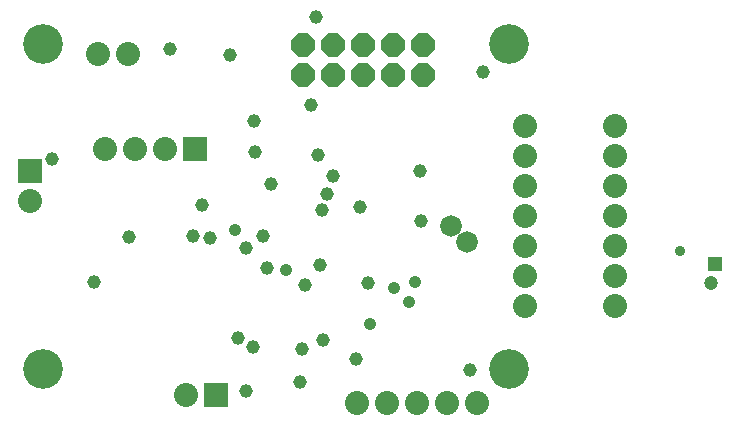
<source format=gbs>
G75*
G70*
%OFA0B0*%
%FSLAX24Y24*%
%IPPOS*%
%LPD*%
%AMOC8*
5,1,8,0,0,1.08239X$1,22.5*
%
%ADD10C,0.1320*%
%ADD11C,0.0800*%
%ADD12OC8,0.0800*%
%ADD13C,0.0720*%
%ADD14C,0.0355*%
%ADD15C,0.0473*%
%ADD16R,0.0800X0.0800*%
%ADD17C,0.0456*%
%ADD18C,0.0420*%
%ADD19R,0.0456X0.0456*%
D10*
X001568Y002198D03*
X001568Y013025D03*
X017119Y013025D03*
X017119Y002198D03*
D11*
X016051Y001056D03*
X015051Y001056D03*
X014051Y001056D03*
X013051Y001056D03*
X012051Y001056D03*
X017625Y004275D03*
X017625Y005275D03*
X017625Y006275D03*
X017625Y007275D03*
X017625Y008275D03*
X017625Y009275D03*
X017625Y010275D03*
X020625Y010275D03*
X020625Y009275D03*
X020625Y008275D03*
X020625Y007275D03*
X020625Y006275D03*
X020625Y005275D03*
X020625Y004275D03*
X006325Y001325D03*
X001125Y007775D03*
X003625Y009525D03*
X004625Y009525D03*
X005625Y009525D03*
X004388Y012683D03*
X003388Y012683D03*
D12*
X010225Y012978D03*
X010225Y011978D03*
X011225Y011978D03*
X012225Y011978D03*
X012225Y012978D03*
X011225Y012978D03*
X013225Y012978D03*
X014225Y012978D03*
X014225Y011978D03*
X013225Y011978D03*
D13*
X015165Y006950D03*
X015696Y006414D03*
D14*
X022796Y006111D03*
D15*
X023854Y005053D03*
D16*
X007325Y001325D03*
X001125Y008775D03*
X006625Y009525D03*
D17*
X008622Y009409D03*
X008605Y010455D03*
X010494Y010974D03*
X010733Y009318D03*
X011227Y008634D03*
X011023Y008026D03*
X010874Y007496D03*
X012139Y007578D03*
X014173Y007130D03*
X014139Y008795D03*
X016248Y012082D03*
X010683Y013932D03*
X007805Y012655D03*
X005814Y012863D03*
X001883Y009176D03*
X004425Y006575D03*
X003275Y005075D03*
X006575Y006625D03*
X007144Y006545D03*
X006871Y007641D03*
X008346Y006205D03*
X008889Y006606D03*
X009047Y005566D03*
X010316Y004997D03*
X010789Y005656D03*
X012394Y005041D03*
X010894Y003163D03*
X010194Y002863D03*
X010126Y001735D03*
X008587Y002911D03*
X008072Y003222D03*
X008335Y001446D03*
X011994Y002506D03*
X015794Y002163D03*
X009155Y008355D03*
D18*
X007975Y006825D03*
X009675Y005475D03*
X012475Y003675D03*
X013775Y004425D03*
X013275Y004875D03*
X013975Y005075D03*
D19*
X023975Y005675D03*
M02*

</source>
